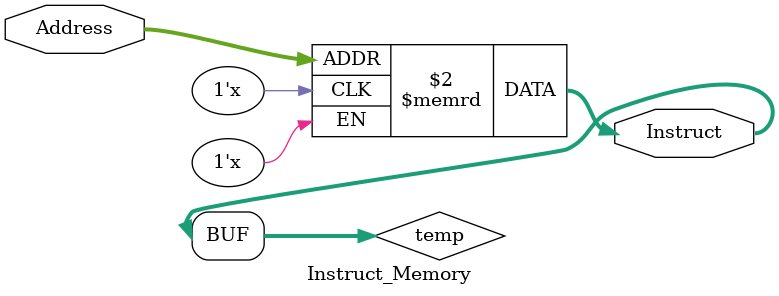
<source format=v>
module Instruct_Memory(Address, Instruct);				//指令存储器
	input [9:0] Address;
	output [31:0] Instruct;
	
	reg [31:0] temp;
	reg [31:0] instruct_memory[1023:0];
	
	always@(Address)
	begin
		temp = instruct_memory[Address];
	end
	
	assign Instruct = temp;
endmodule
</source>
